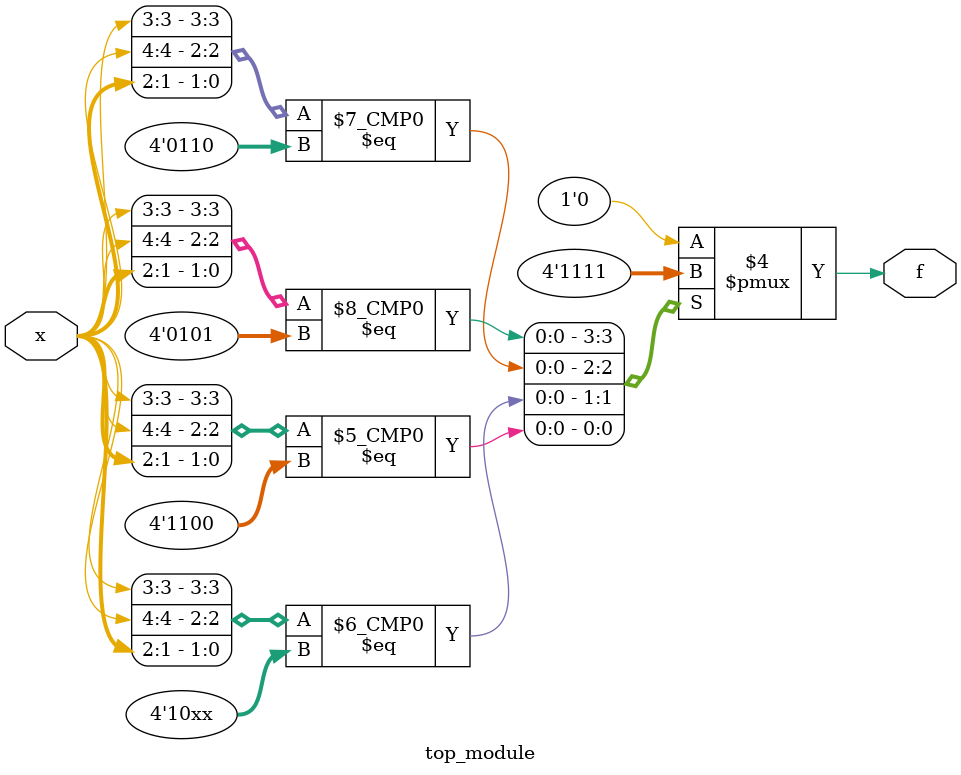
<source format=sv>
module top_module (
	input [4:1] x,
	output logic f
);
	always_comb begin
		case ({x[3], x[4], x[2], x[1]})
			4'b00x0: f = 1'b0;
			4'b00x1: f = 1'b0;
			4'b0100: f = 1'b0;
			4'b0101: f = 1'b1;
			4'b0110: f = 1'b1;
			4'b0111: f = 1'b0;
			4'b10xx: f = 1'b1;
			4'b1100: f = 1'b1;
			4'b1101: f = 1'b0;
			default: f = 1'b0;
		endcase
	end
endmodule

</source>
